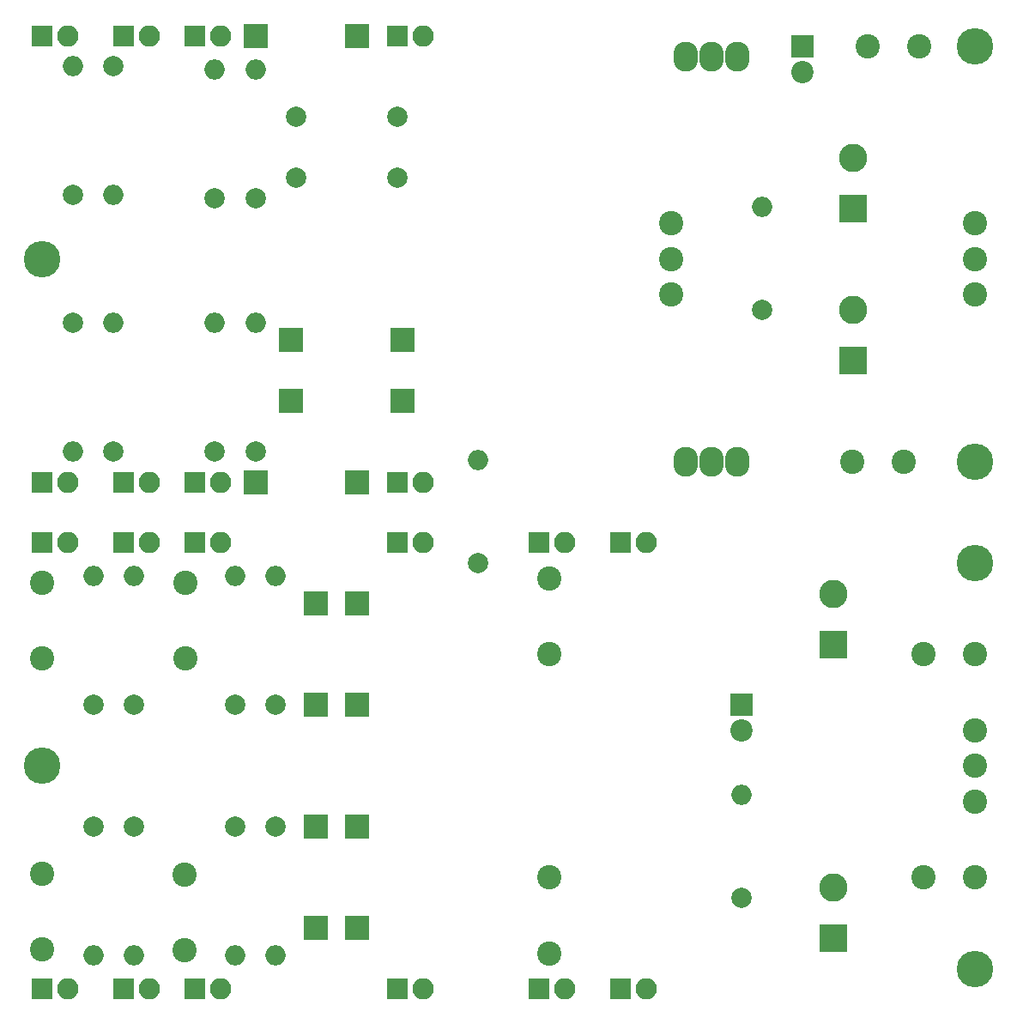
<source format=gbs>
G04 #@! TF.FileFunction,Soldermask,Bot*
%FSLAX46Y46*%
G04 Gerber Fmt 4.6, Leading zero omitted, Abs format (unit mm)*
G04 Created by KiCad (PCBNEW 4.0.7) date 03/05/18 22:52:48*
%MOMM*%
%LPD*%
G01*
G04 APERTURE LIST*
%ADD10C,0.100000*%
%ADD11C,3.600000*%
%ADD12R,2.800000X2.800000*%
%ADD13C,2.800000*%
%ADD14C,2.000000*%
%ADD15R,2.398980X2.398980*%
%ADD16R,2.100000X2.100000*%
%ADD17O,2.100000X2.100000*%
%ADD18C,2.398980*%
%ADD19O,2.000000X2.000000*%
%ADD20C,2.400000*%
%ADD21R,2.200000X2.200000*%
%ADD22C,2.200000*%
%ADD23O,2.432000X2.940000*%
G04 APERTURE END LIST*
D10*
D11*
X192000000Y-140500000D03*
X192000000Y-99500000D03*
X192000000Y-150500000D03*
X192000000Y-190500000D03*
X100000000Y-170500000D03*
D12*
X178000000Y-187500000D03*
D13*
X178000000Y-182500000D03*
D12*
X178000000Y-158500000D03*
D13*
X178000000Y-153500000D03*
D14*
X125000000Y-106500000D03*
X135000000Y-106500000D03*
D15*
X124498360Y-134500000D03*
X135501640Y-134500000D03*
D14*
X125000000Y-112500000D03*
X135000000Y-112500000D03*
D15*
X135501640Y-128500000D03*
X124498360Y-128500000D03*
D16*
X100000000Y-192500000D03*
D17*
X102540000Y-192500000D03*
D16*
X100000000Y-148500000D03*
D17*
X102540000Y-148500000D03*
D16*
X108000000Y-192500000D03*
D17*
X110540000Y-192500000D03*
D16*
X108000000Y-148500000D03*
D17*
X110540000Y-148500000D03*
D18*
X192000000Y-170500000D03*
X192000000Y-174000120D03*
X192000000Y-166999880D03*
D16*
X115000000Y-192500000D03*
D17*
X117540000Y-192500000D03*
D16*
X115000000Y-148500000D03*
D17*
X117540000Y-148500000D03*
D16*
X135000000Y-192500000D03*
D17*
X137540000Y-192500000D03*
D16*
X135000000Y-148500000D03*
D17*
X137540000Y-148500000D03*
D16*
X100000000Y-98500000D03*
D17*
X102540000Y-98500000D03*
D16*
X100000000Y-142500000D03*
D17*
X102540000Y-142500000D03*
D16*
X108000000Y-98500000D03*
D17*
X110540000Y-98500000D03*
D16*
X108000000Y-142500000D03*
D17*
X110540000Y-142500000D03*
D16*
X115000000Y-98500000D03*
D17*
X117540000Y-98500000D03*
D16*
X115000000Y-142500000D03*
D17*
X117540000Y-142500000D03*
D16*
X135000000Y-98500000D03*
D17*
X137540000Y-98500000D03*
D16*
X135000000Y-142500000D03*
D17*
X137540000Y-142500000D03*
D14*
X105000000Y-176500000D03*
D19*
X105000000Y-189200000D03*
D14*
X105000000Y-164500000D03*
D19*
X105000000Y-151800000D03*
D14*
X123000000Y-176500000D03*
D19*
X123000000Y-189200000D03*
D14*
X123000000Y-164500000D03*
D19*
X123000000Y-151800000D03*
D14*
X109000000Y-176500000D03*
D19*
X109000000Y-189200000D03*
D14*
X109000000Y-164500000D03*
D19*
X109000000Y-151800000D03*
D14*
X119000000Y-176500000D03*
D19*
X119000000Y-189200000D03*
D14*
X119000000Y-164500000D03*
D19*
X119000000Y-151800000D03*
D15*
X131000000Y-176498740D03*
X131000000Y-186501260D03*
X131000000Y-154498740D03*
X131000000Y-164501260D03*
D14*
X103000000Y-114200000D03*
D19*
X103000000Y-101500000D03*
D14*
X103000000Y-126800000D03*
D19*
X103000000Y-139500000D03*
D14*
X107000000Y-101500000D03*
D19*
X107000000Y-114200000D03*
D14*
X107000000Y-139500000D03*
D19*
X107000000Y-126800000D03*
D14*
X117000000Y-114500000D03*
D19*
X117000000Y-101800000D03*
D14*
X117000000Y-139500000D03*
D19*
X117000000Y-126800000D03*
D15*
X131001260Y-98500000D03*
X120998740Y-98500000D03*
X131001260Y-142500000D03*
X120998740Y-142500000D03*
D14*
X121000000Y-114500000D03*
D19*
X121000000Y-101800000D03*
D14*
X121000000Y-139500000D03*
D19*
X121000000Y-126800000D03*
D12*
X180000000Y-130500000D03*
D13*
X180000000Y-125500000D03*
D12*
X180000000Y-115500000D03*
D13*
X180000000Y-110500000D03*
D18*
X192000000Y-120500000D03*
X192000000Y-124000120D03*
X192000000Y-116999880D03*
D20*
X185000000Y-140500000D03*
X179920000Y-140490000D03*
X186500000Y-99500000D03*
X181420000Y-99490000D03*
D21*
X175000000Y-99500000D03*
D22*
X175000000Y-102040000D03*
D14*
X171000000Y-125500000D03*
D19*
X171000000Y-115340000D03*
D20*
X100000000Y-181100000D03*
X100000000Y-188600000D03*
X100000000Y-159900000D03*
X100000000Y-152400000D03*
X114000000Y-188700000D03*
X114000000Y-181200000D03*
X114100000Y-152400000D03*
X114100000Y-159900000D03*
D15*
X127000000Y-186501260D03*
X127000000Y-176498740D03*
X127000000Y-164501260D03*
X127000000Y-154498740D03*
D20*
X150000000Y-181500000D03*
X150000000Y-189000000D03*
X150000000Y-159500000D03*
X150000000Y-152000000D03*
D16*
X149000000Y-192500000D03*
D17*
X151540000Y-192500000D03*
D16*
X149000000Y-148500000D03*
D17*
X151540000Y-148500000D03*
D16*
X157000000Y-192500000D03*
D17*
X159540000Y-192500000D03*
D16*
X157000000Y-148500000D03*
D17*
X159540000Y-148500000D03*
D21*
X169000000Y-164500000D03*
D22*
X169000000Y-167040000D03*
D20*
X192000000Y-181500000D03*
X186920000Y-181490000D03*
X192000000Y-159500000D03*
X186920000Y-159490000D03*
D14*
X169000000Y-183500000D03*
D19*
X169000000Y-173340000D03*
D18*
X162000000Y-120500000D03*
X162000000Y-116999880D03*
X162000000Y-124000120D03*
D23*
X166000000Y-140500000D03*
X163460000Y-140500000D03*
X168540000Y-140500000D03*
X166000000Y-100500000D03*
X168540000Y-100500000D03*
X163460000Y-100500000D03*
D11*
X100000000Y-120500000D03*
D14*
X143000000Y-150500000D03*
D19*
X143000000Y-140340000D03*
M02*

</source>
